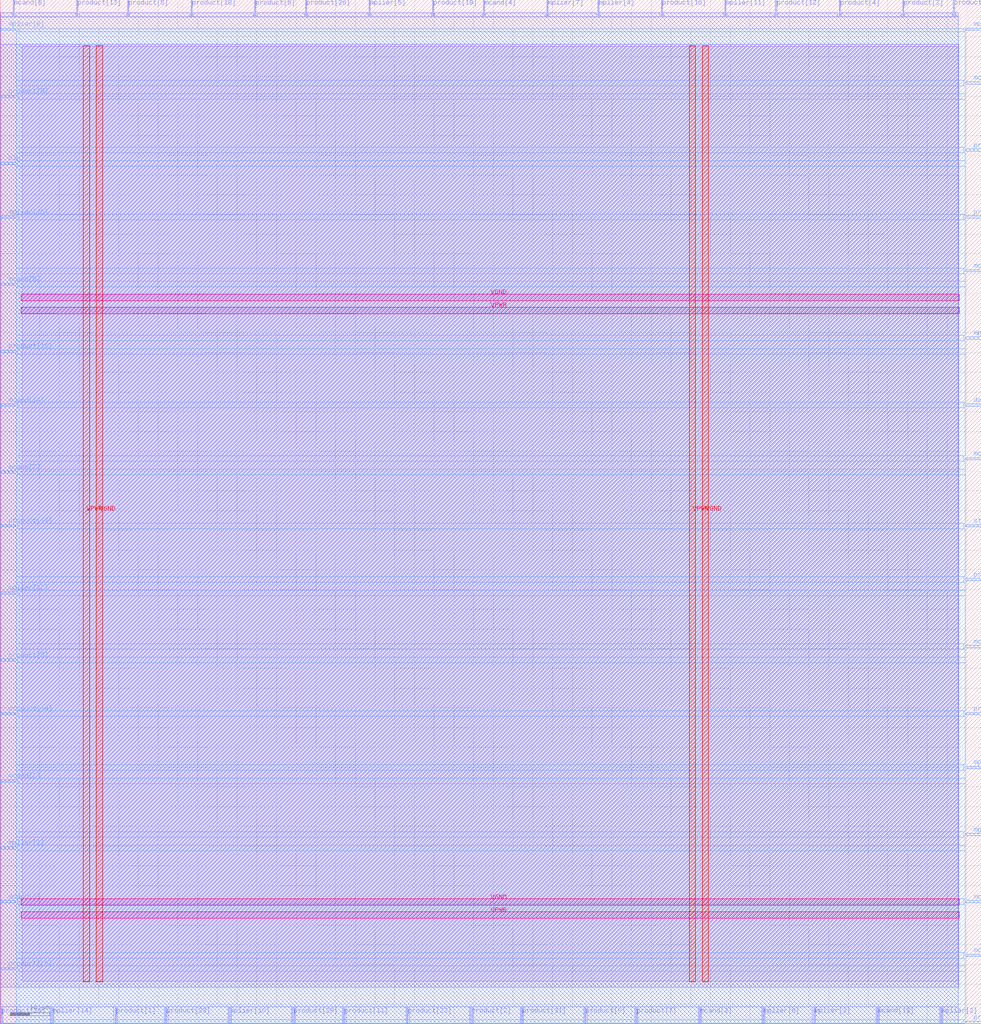
<source format=lef>
VERSION 5.7 ;
  NOWIREEXTENSIONATPIN ON ;
  DIVIDERCHAR "/" ;
  BUSBITCHARS "[]" ;
MACRO sequential_multiplier_16x16
  CLASS BLOCK ;
  FOREIGN sequential_multiplier_16x16 ;
  ORIGIN 0.000 0.000 ;
  SIZE 248.640 BY 259.360 ;
  PIN VGND
    DIRECTION INOUT ;
    USE GROUND ;
    PORT
      LAYER met4 ;
        RECT 24.340 10.640 25.940 247.760 ;
    END
    PORT
      LAYER met4 ;
        RECT 177.940 10.640 179.540 247.760 ;
    END
    PORT
      LAYER met5 ;
        RECT 5.280 30.030 243.120 31.630 ;
    END
    PORT
      LAYER met5 ;
        RECT 5.280 183.210 243.120 184.810 ;
    END
  END VGND
  PIN VPWR
    DIRECTION INOUT ;
    USE POWER ;
    PORT
      LAYER met4 ;
        RECT 21.040 10.640 22.640 247.760 ;
    END
    PORT
      LAYER met4 ;
        RECT 174.640 10.640 176.240 247.760 ;
    END
    PORT
      LAYER met5 ;
        RECT 5.280 26.730 243.120 28.330 ;
    END
    PORT
      LAYER met5 ;
        RECT 5.280 179.910 243.120 181.510 ;
    END
  END VPWR
  PIN clk
    DIRECTION INPUT ;
    USE SIGNAL ;
    ANTENNAGATEAREA 0.852000 ;
    PORT
      LAYER met3 ;
        RECT 0.000 217.640 4.000 218.240 ;
    END
  END clk
  PIN done
    DIRECTION OUTPUT TRISTATE ;
    USE SIGNAL ;
    ANTENNADIFFAREA 0.795200 ;
    PORT
      LAYER met3 ;
        RECT 244.640 156.440 248.640 157.040 ;
    END
  END done
  PIN mcand[0]
    DIRECTION INPUT ;
    USE SIGNAL ;
    ANTENNAGATEAREA 0.213000 ;
    PORT
      LAYER met3 ;
        RECT 244.640 142.840 248.640 143.440 ;
    END
  END mcand[0]
  PIN mcand[10]
    DIRECTION INPUT ;
    USE SIGNAL ;
    ANTENNAGATEAREA 0.213000 ;
    PORT
      LAYER met3 ;
        RECT 244.640 238.040 248.640 238.640 ;
    END
  END mcand[10]
  PIN mcand[11]
    DIRECTION INPUT ;
    USE SIGNAL ;
    ANTENNAGATEAREA 0.159000 ;
    PORT
      LAYER met3 ;
        RECT 244.640 17.040 248.640 17.640 ;
    END
  END mcand[11]
  PIN mcand[12]
    DIRECTION INPUT ;
    USE SIGNAL ;
    ANTENNAGATEAREA 0.213000 ;
    PORT
      LAYER met3 ;
        RECT 244.640 251.640 248.640 252.240 ;
    END
  END mcand[12]
  PIN mcand[13]
    DIRECTION INPUT ;
    USE SIGNAL ;
    ANTENNAGATEAREA 0.126000 ;
    PORT
      LAYER met2 ;
        RECT 222.270 0.000 222.550 4.000 ;
    END
  END mcand[13]
  PIN mcand[14]
    DIRECTION INPUT ;
    USE SIGNAL ;
    ANTENNAGATEAREA 0.213000 ;
    PORT
      LAYER met3 ;
        RECT 0.000 156.440 4.000 157.040 ;
    END
  END mcand[14]
  PIN mcand[15]
    DIRECTION INPUT ;
    USE SIGNAL ;
    ANTENNAGATEAREA 0.213000 ;
    PORT
      LAYER met3 ;
        RECT 244.640 190.440 248.640 191.040 ;
    END
  END mcand[15]
  PIN mcand[1]
    DIRECTION INPUT ;
    USE SIGNAL ;
    ANTENNAGATEAREA 0.213000 ;
    PORT
      LAYER met3 ;
        RECT 244.640 30.640 248.640 31.240 ;
    END
  END mcand[1]
  PIN mcand[2]
    DIRECTION INPUT ;
    USE SIGNAL ;
    ANTENNAGATEAREA 0.213000 ;
    PORT
      LAYER met2 ;
        RECT 177.190 0.000 177.470 4.000 ;
    END
  END mcand[2]
  PIN mcand[3]
    DIRECTION INPUT ;
    USE SIGNAL ;
    ANTENNAGATEAREA 0.213000 ;
    PORT
      LAYER met3 ;
        RECT 0.000 61.240 4.000 61.840 ;
    END
  END mcand[3]
  PIN mcand[4]
    DIRECTION INPUT ;
    USE SIGNAL ;
    ANTENNAGATEAREA 0.196500 ;
    PORT
      LAYER met2 ;
        RECT 122.450 255.360 122.730 259.360 ;
    END
  END mcand[4]
  PIN mcand[5]
    DIRECTION INPUT ;
    USE SIGNAL ;
    ANTENNAGATEAREA 0.196500 ;
    PORT
      LAYER met3 ;
        RECT 0.000 187.040 4.000 187.640 ;
    END
  END mcand[5]
  PIN mcand[6]
    DIRECTION INPUT ;
    USE SIGNAL ;
    ANTENNAGATEAREA 0.159000 ;
    PORT
      LAYER met3 ;
        RECT 0.000 30.640 4.000 31.240 ;
    END
  END mcand[6]
  PIN mcand[7]
    DIRECTION INPUT ;
    USE SIGNAL ;
    ANTENNAGATEAREA 0.196500 ;
    PORT
      LAYER met3 ;
        RECT 0.000 139.440 4.000 140.040 ;
    END
  END mcand[7]
  PIN mcand[8]
    DIRECTION INPUT ;
    USE SIGNAL ;
    ANTENNAGATEAREA 0.159000 ;
    PORT
      LAYER met2 ;
        RECT 3.310 255.360 3.590 259.360 ;
    END
  END mcand[8]
  PIN mcand[9]
    DIRECTION INPUT ;
    USE SIGNAL ;
    ANTENNAGATEAREA 0.159000 ;
    PORT
      LAYER met3 ;
        RECT 244.640 95.240 248.640 95.840 ;
    END
  END mcand[9]
  PIN mplier[0]
    DIRECTION INPUT ;
    USE SIGNAL ;
    ANTENNAGATEAREA 0.126000 ;
    PORT
      LAYER met3 ;
        RECT 244.640 173.440 248.640 174.040 ;
    END
  END mplier[0]
  PIN mplier[10]
    DIRECTION INPUT ;
    USE SIGNAL ;
    ANTENNAGATEAREA 0.196500 ;
    PORT
      LAYER met2 ;
        RECT 58.050 0.000 58.330 4.000 ;
    END
  END mplier[10]
  PIN mplier[11]
    DIRECTION INPUT ;
    USE SIGNAL ;
    ANTENNAGATEAREA 0.196500 ;
    PORT
      LAYER met2 ;
        RECT 183.630 255.360 183.910 259.360 ;
    END
  END mplier[11]
  PIN mplier[12]
    DIRECTION INPUT ;
    USE SIGNAL ;
    ANTENNAGATEAREA 0.196500 ;
    PORT
      LAYER met3 ;
        RECT 244.640 64.640 248.640 65.240 ;
    END
  END mplier[12]
  PIN mplier[13]
    DIRECTION INPUT ;
    USE SIGNAL ;
    ANTENNAGATEAREA 0.196500 ;
    PORT
      LAYER met3 ;
        RECT 0.000 108.840 4.000 109.440 ;
    END
  END mplier[13]
  PIN mplier[14]
    DIRECTION INPUT ;
    USE SIGNAL ;
    ANTENNAGATEAREA 0.196500 ;
    PORT
      LAYER met2 ;
        RECT 12.970 0.000 13.250 4.000 ;
    END
  END mplier[14]
  PIN mplier[15]
    DIRECTION INPUT ;
    USE SIGNAL ;
    ANTENNAGATEAREA 0.196500 ;
    PORT
      LAYER met3 ;
        RECT 0.000 204.040 4.000 204.640 ;
    END
  END mplier[15]
  PIN mplier[1]
    DIRECTION INPUT ;
    USE SIGNAL ;
    ANTENNAGATEAREA 0.196500 ;
    PORT
      LAYER met3 ;
        RECT 0.000 44.240 4.000 44.840 ;
    END
  END mplier[1]
  PIN mplier[2]
    DIRECTION INPUT ;
    USE SIGNAL ;
    ANTENNAGATEAREA 0.196500 ;
    PORT
      LAYER met2 ;
        RECT 238.370 0.000 238.650 4.000 ;
    END
  END mplier[2]
  PIN mplier[3]
    DIRECTION INPUT ;
    USE SIGNAL ;
    ANTENNAGATEAREA 0.213000 ;
    PORT
      LAYER met2 ;
        RECT 206.170 0.000 206.450 4.000 ;
    END
  END mplier[3]
  PIN mplier[4]
    DIRECTION INPUT ;
    USE SIGNAL ;
    ANTENNAGATEAREA 0.196500 ;
    PORT
      LAYER met2 ;
        RECT 151.430 255.360 151.710 259.360 ;
    END
  END mplier[4]
  PIN mplier[5]
    DIRECTION INPUT ;
    USE SIGNAL ;
    ANTENNAGATEAREA 0.196500 ;
    PORT
      LAYER met2 ;
        RECT 93.470 255.360 93.750 259.360 ;
    END
  END mplier[5]
  PIN mplier[6]
    DIRECTION INPUT ;
    USE SIGNAL ;
    ANTENNAGATEAREA 0.196500 ;
    PORT
      LAYER met2 ;
        RECT 193.290 0.000 193.570 4.000 ;
    END
  END mplier[6]
  PIN mplier[7]
    DIRECTION INPUT ;
    USE SIGNAL ;
    ANTENNAGATEAREA 0.126000 ;
    PORT
      LAYER met2 ;
        RECT 138.550 255.360 138.830 259.360 ;
    END
  END mplier[7]
  PIN mplier[8]
    DIRECTION INPUT ;
    USE SIGNAL ;
    ANTENNAGATEAREA 0.196500 ;
    PORT
      LAYER met3 ;
        RECT 0.000 251.640 4.000 252.240 ;
    END
  END mplier[8]
  PIN mplier[9]
    DIRECTION INPUT ;
    USE SIGNAL ;
    ANTENNAGATEAREA 0.126000 ;
    PORT
      LAYER met3 ;
        RECT 244.640 47.640 248.640 48.240 ;
    END
  END mplier[9]
  PIN product[0]
    DIRECTION OUTPUT TRISTATE ;
    USE SIGNAL ;
    ANTENNADIFFAREA 0.795200 ;
    PORT
      LAYER met2 ;
        RECT 148.210 0.000 148.490 4.000 ;
    END
  END product[0]
  PIN product[10]
    DIRECTION OUTPUT TRISTATE ;
    USE SIGNAL ;
    ANTENNADIFFAREA 0.795200 ;
    PORT
      LAYER met3 ;
        RECT 244.640 78.240 248.640 78.840 ;
    END
  END product[10]
  PIN product[11]
    DIRECTION OUTPUT TRISTATE ;
    USE SIGNAL ;
    ANTENNADIFFAREA 0.795200 ;
    PORT
      LAYER met2 ;
        RECT 87.030 0.000 87.310 4.000 ;
    END
  END product[11]
  PIN product[12]
    DIRECTION OUTPUT TRISTATE ;
    USE SIGNAL ;
    ANTENNADIFFAREA 0.795200 ;
    PORT
      LAYER met2 ;
        RECT 196.510 255.360 196.790 259.360 ;
    END
  END product[12]
  PIN product[13]
    DIRECTION OUTPUT TRISTATE ;
    USE SIGNAL ;
    ANTENNADIFFAREA 0.795200 ;
    PORT
      LAYER met2 ;
        RECT 19.410 255.360 19.690 259.360 ;
    END
  END product[13]
  PIN product[14]
    DIRECTION OUTPUT TRISTATE ;
    USE SIGNAL ;
    ANTENNADIFFAREA 0.795200 ;
    PORT
      LAYER met3 ;
        RECT 0.000 78.240 4.000 78.840 ;
    END
  END product[14]
  PIN product[15]
    DIRECTION OUTPUT TRISTATE ;
    USE SIGNAL ;
    ANTENNADIFFAREA 0.795200 ;
    PORT
      LAYER met3 ;
        RECT 0.000 170.040 4.000 170.640 ;
    END
  END product[15]
  PIN product[16]
    DIRECTION OUTPUT TRISTATE ;
    USE SIGNAL ;
    ANTENNADIFFAREA 0.795200 ;
    PORT
      LAYER met2 ;
        RECT 167.530 255.360 167.810 259.360 ;
    END
  END product[16]
  PIN product[17]
    DIRECTION OUTPUT TRISTATE ;
    USE SIGNAL ;
    ANTENNADIFFAREA 0.795200 ;
    PORT
      LAYER met3 ;
        RECT 0.000 125.840 4.000 126.440 ;
    END
  END product[17]
  PIN product[18]
    DIRECTION OUTPUT TRISTATE ;
    USE SIGNAL ;
    ANTENNADIFFAREA 0.795200 ;
    PORT
      LAYER met2 ;
        RECT 48.390 255.360 48.670 259.360 ;
    END
  END product[18]
  PIN product[19]
    DIRECTION OUTPUT TRISTATE ;
    USE SIGNAL ;
    ANTENNADIFFAREA 0.795200 ;
    PORT
      LAYER met2 ;
        RECT 109.570 255.360 109.850 259.360 ;
    END
  END product[19]
  PIN product[1]
    DIRECTION OUTPUT TRISTATE ;
    USE SIGNAL ;
    ANTENNADIFFAREA 0.795200 ;
    PORT
      LAYER met2 ;
        RECT 29.070 0.000 29.350 4.000 ;
    END
  END product[1]
  PIN product[20]
    DIRECTION OUTPUT TRISTATE ;
    USE SIGNAL ;
    ANTENNADIFFAREA 0.795200 ;
    PORT
      LAYER met2 ;
        RECT 0.090 0.000 0.370 4.000 ;
    END
  END product[20]
  PIN product[21]
    DIRECTION OUTPUT TRISTATE ;
    USE SIGNAL ;
    ANTENNADIFFAREA 0.795200 ;
    PORT
      LAYER met3 ;
        RECT 244.640 221.040 248.640 221.640 ;
    END
  END product[21]
  PIN product[22]
    DIRECTION OUTPUT TRISTATE ;
    USE SIGNAL ;
    ANTENNADIFFAREA 0.795200 ;
    PORT
      LAYER met2 ;
        RECT 241.590 255.360 241.870 259.360 ;
    END
  END product[22]
  PIN product[23]
    DIRECTION OUTPUT TRISTATE ;
    USE SIGNAL ;
    ANTENNADIFFAREA 0.795200 ;
    PORT
      LAYER met2 ;
        RECT 103.130 0.000 103.410 4.000 ;
    END
  END product[23]
  PIN product[24]
    DIRECTION OUTPUT TRISTATE ;
    USE SIGNAL ;
    ANTENNADIFFAREA 0.795200 ;
    PORT
      LAYER met3 ;
        RECT 244.640 204.040 248.640 204.640 ;
    END
  END product[24]
  PIN product[25]
    DIRECTION OUTPUT TRISTATE ;
    USE SIGNAL ;
    ANTENNADIFFAREA 0.795200 ;
    PORT
      LAYER met3 ;
        RECT 244.640 0.040 248.640 0.640 ;
    END
  END product[25]
  PIN product[26]
    DIRECTION OUTPUT TRISTATE ;
    USE SIGNAL ;
    ANTENNADIFFAREA 0.795200 ;
    PORT
      LAYER met2 ;
        RECT 77.370 255.360 77.650 259.360 ;
    END
  END product[26]
  PIN product[27]
    DIRECTION OUTPUT TRISTATE ;
    USE SIGNAL ;
    ANTENNADIFFAREA 0.795200 ;
    PORT
      LAYER met3 ;
        RECT 244.640 112.240 248.640 112.840 ;
    END
  END product[27]
  PIN product[28]
    DIRECTION OUTPUT TRISTATE ;
    USE SIGNAL ;
    ANTENNADIFFAREA 0.795200 ;
    PORT
      LAYER met2 ;
        RECT 41.950 0.000 42.230 4.000 ;
    END
  END product[28]
  PIN product[29]
    DIRECTION OUTPUT TRISTATE ;
    USE SIGNAL ;
    ANTENNADIFFAREA 0.795200 ;
    PORT
      LAYER met2 ;
        RECT 74.150 0.000 74.430 4.000 ;
    END
  END product[29]
  PIN product[2]
    DIRECTION OUTPUT TRISTATE ;
    USE SIGNAL ;
    ANTENNADIFFAREA 0.795200 ;
    PORT
      LAYER met2 ;
        RECT 119.230 0.000 119.510 4.000 ;
    END
  END product[2]
  PIN product[30]
    DIRECTION OUTPUT TRISTATE ;
    USE SIGNAL ;
    ANTENNADIFFAREA 0.795200 ;
    PORT
      LAYER met3 ;
        RECT 0.000 13.640 4.000 14.240 ;
    END
  END product[30]
  PIN product[31]
    DIRECTION OUTPUT TRISTATE ;
    USE SIGNAL ;
    ANTENNADIFFAREA 0.795200 ;
    PORT
      LAYER met2 ;
        RECT 132.110 0.000 132.390 4.000 ;
    END
  END product[31]
  PIN product[3]
    DIRECTION OUTPUT TRISTATE ;
    USE SIGNAL ;
    ANTENNADIFFAREA 0.795200 ;
    PORT
      LAYER met2 ;
        RECT 228.710 255.360 228.990 259.360 ;
    END
  END product[3]
  PIN product[4]
    DIRECTION OUTPUT TRISTATE ;
    USE SIGNAL ;
    ANTENNADIFFAREA 0.795200 ;
    PORT
      LAYER met2 ;
        RECT 212.610 255.360 212.890 259.360 ;
    END
  END product[4]
  PIN product[5]
    DIRECTION OUTPUT TRISTATE ;
    USE SIGNAL ;
    ANTENNADIFFAREA 0.795200 ;
    PORT
      LAYER met2 ;
        RECT 32.290 255.360 32.570 259.360 ;
    END
  END product[5]
  PIN product[6]
    DIRECTION OUTPUT TRISTATE ;
    USE SIGNAL ;
    ANTENNADIFFAREA 0.445500 ;
    PORT
      LAYER met2 ;
        RECT 64.490 255.360 64.770 259.360 ;
    END
  END product[6]
  PIN product[7]
    DIRECTION OUTPUT TRISTATE ;
    USE SIGNAL ;
    ANTENNADIFFAREA 0.795200 ;
    PORT
      LAYER met2 ;
        RECT 161.090 0.000 161.370 4.000 ;
    END
  END product[7]
  PIN product[8]
    DIRECTION OUTPUT TRISTATE ;
    USE SIGNAL ;
    ANTENNADIFFAREA 0.795200 ;
    PORT
      LAYER met3 ;
        RECT 0.000 91.840 4.000 92.440 ;
    END
  END product[8]
  PIN product[9]
    DIRECTION OUTPUT TRISTATE ;
    USE SIGNAL ;
    ANTENNADIFFAREA 0.795200 ;
    PORT
      LAYER met3 ;
        RECT 0.000 234.640 4.000 235.240 ;
    END
  END product[9]
  PIN st
    DIRECTION INPUT ;
    USE SIGNAL ;
    ANTENNAGATEAREA 0.159000 ;
    PORT
      LAYER met3 ;
        RECT 244.640 125.840 248.640 126.440 ;
    END
  END st
  OBS
      LAYER li1 ;
        RECT 5.520 10.795 242.880 247.605 ;
      LAYER met1 ;
        RECT 0.070 9.220 242.880 248.160 ;
      LAYER met2 ;
        RECT 0.100 255.080 3.030 256.090 ;
        RECT 3.870 255.080 19.130 256.090 ;
        RECT 19.970 255.080 32.010 256.090 ;
        RECT 32.850 255.080 48.110 256.090 ;
        RECT 48.950 255.080 64.210 256.090 ;
        RECT 65.050 255.080 77.090 256.090 ;
        RECT 77.930 255.080 93.190 256.090 ;
        RECT 94.030 255.080 109.290 256.090 ;
        RECT 110.130 255.080 122.170 256.090 ;
        RECT 123.010 255.080 138.270 256.090 ;
        RECT 139.110 255.080 151.150 256.090 ;
        RECT 151.990 255.080 167.250 256.090 ;
        RECT 168.090 255.080 183.350 256.090 ;
        RECT 184.190 255.080 196.230 256.090 ;
        RECT 197.070 255.080 212.330 256.090 ;
        RECT 213.170 255.080 228.430 256.090 ;
        RECT 229.270 255.080 241.310 256.090 ;
        RECT 242.150 255.080 242.790 256.090 ;
        RECT 0.100 4.280 242.790 255.080 ;
        RECT 0.650 0.155 12.690 4.280 ;
        RECT 13.530 0.155 28.790 4.280 ;
        RECT 29.630 0.155 41.670 4.280 ;
        RECT 42.510 0.155 57.770 4.280 ;
        RECT 58.610 0.155 73.870 4.280 ;
        RECT 74.710 0.155 86.750 4.280 ;
        RECT 87.590 0.155 102.850 4.280 ;
        RECT 103.690 0.155 118.950 4.280 ;
        RECT 119.790 0.155 131.830 4.280 ;
        RECT 132.670 0.155 147.930 4.280 ;
        RECT 148.770 0.155 160.810 4.280 ;
        RECT 161.650 0.155 176.910 4.280 ;
        RECT 177.750 0.155 193.010 4.280 ;
        RECT 193.850 0.155 205.890 4.280 ;
        RECT 206.730 0.155 221.990 4.280 ;
        RECT 222.830 0.155 238.090 4.280 ;
        RECT 238.930 0.155 242.790 4.280 ;
      LAYER met3 ;
        RECT 4.400 251.240 244.240 252.105 ;
        RECT 3.990 239.040 244.640 251.240 ;
        RECT 3.990 237.640 244.240 239.040 ;
        RECT 3.990 235.640 244.640 237.640 ;
        RECT 4.400 234.240 244.640 235.640 ;
        RECT 3.990 222.040 244.640 234.240 ;
        RECT 3.990 220.640 244.240 222.040 ;
        RECT 3.990 218.640 244.640 220.640 ;
        RECT 4.400 217.240 244.640 218.640 ;
        RECT 3.990 205.040 244.640 217.240 ;
        RECT 4.400 203.640 244.240 205.040 ;
        RECT 3.990 191.440 244.640 203.640 ;
        RECT 3.990 190.040 244.240 191.440 ;
        RECT 3.990 188.040 244.640 190.040 ;
        RECT 4.400 186.640 244.640 188.040 ;
        RECT 3.990 174.440 244.640 186.640 ;
        RECT 3.990 173.040 244.240 174.440 ;
        RECT 3.990 171.040 244.640 173.040 ;
        RECT 4.400 169.640 244.640 171.040 ;
        RECT 3.990 157.440 244.640 169.640 ;
        RECT 4.400 156.040 244.240 157.440 ;
        RECT 3.990 143.840 244.640 156.040 ;
        RECT 3.990 142.440 244.240 143.840 ;
        RECT 3.990 140.440 244.640 142.440 ;
        RECT 4.400 139.040 244.640 140.440 ;
        RECT 3.990 126.840 244.640 139.040 ;
        RECT 4.400 125.440 244.240 126.840 ;
        RECT 3.990 113.240 244.640 125.440 ;
        RECT 3.990 111.840 244.240 113.240 ;
        RECT 3.990 109.840 244.640 111.840 ;
        RECT 4.400 108.440 244.640 109.840 ;
        RECT 3.990 96.240 244.640 108.440 ;
        RECT 3.990 94.840 244.240 96.240 ;
        RECT 3.990 92.840 244.640 94.840 ;
        RECT 4.400 91.440 244.640 92.840 ;
        RECT 3.990 79.240 244.640 91.440 ;
        RECT 4.400 77.840 244.240 79.240 ;
        RECT 3.990 65.640 244.640 77.840 ;
        RECT 3.990 64.240 244.240 65.640 ;
        RECT 3.990 62.240 244.640 64.240 ;
        RECT 4.400 60.840 244.640 62.240 ;
        RECT 3.990 48.640 244.640 60.840 ;
        RECT 3.990 47.240 244.240 48.640 ;
        RECT 3.990 45.240 244.640 47.240 ;
        RECT 4.400 43.840 244.640 45.240 ;
        RECT 3.990 31.640 244.640 43.840 ;
        RECT 4.400 30.240 244.240 31.640 ;
        RECT 3.990 18.040 244.640 30.240 ;
        RECT 3.990 16.640 244.240 18.040 ;
        RECT 3.990 14.640 244.640 16.640 ;
        RECT 4.400 13.240 244.640 14.640 ;
        RECT 3.990 1.040 244.640 13.240 ;
        RECT 3.990 0.175 244.240 1.040 ;
  END
END sequential_multiplier_16x16
END LIBRARY


</source>
